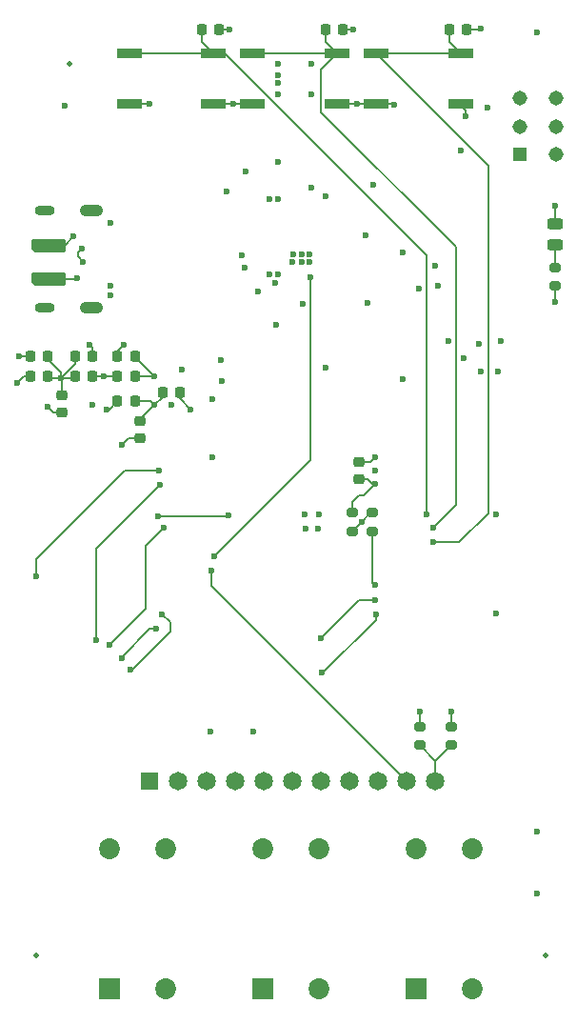
<source format=gbr>
%TF.GenerationSoftware,KiCad,Pcbnew,9.0.5*%
%TF.CreationDate,2025-11-15T02:55:35-05:00*%
%TF.ProjectId,CreditCard,43726564-6974-4436-9172-642e6b696361,rev?*%
%TF.SameCoordinates,Original*%
%TF.FileFunction,Copper,L1,Top*%
%TF.FilePolarity,Positive*%
%FSLAX46Y46*%
G04 Gerber Fmt 4.6, Leading zero omitted, Abs format (unit mm)*
G04 Created by KiCad (PCBNEW 9.0.5) date 2025-11-15 02:55:35*
%MOMM*%
%LPD*%
G01*
G04 APERTURE LIST*
G04 Aperture macros list*
%AMRoundRect*
0 Rectangle with rounded corners*
0 $1 Rounding radius*
0 $2 $3 $4 $5 $6 $7 $8 $9 X,Y pos of 4 corners*
0 Add a 4 corners polygon primitive as box body*
4,1,4,$2,$3,$4,$5,$6,$7,$8,$9,$2,$3,0*
0 Add four circle primitives for the rounded corners*
1,1,$1+$1,$2,$3*
1,1,$1+$1,$4,$5*
1,1,$1+$1,$6,$7*
1,1,$1+$1,$8,$9*
0 Add four rect primitives between the rounded corners*
20,1,$1+$1,$2,$3,$4,$5,0*
20,1,$1+$1,$4,$5,$6,$7,0*
20,1,$1+$1,$6,$7,$8,$9,0*
20,1,$1+$1,$8,$9,$2,$3,0*%
%AMFreePoly0*
4,1,18,-1.500000,0.437500,-1.485727,0.509253,-1.445083,0.570083,-1.384253,0.610727,-1.312500,0.625000,1.187500,0.625000,1.500000,0.312500,1.500000,-0.437500,1.485727,-0.509253,1.445083,-0.570083,1.384253,-0.610727,1.312500,-0.625000,-1.312500,-0.625000,-1.384253,-0.610727,-1.445083,-0.570083,-1.485727,-0.509253,-1.500000,-0.437500,-1.500000,0.437500,-1.500000,0.437500,$1*%
G04 Aperture macros list end*
%TA.AperFunction,SMDPad,CuDef*%
%ADD10RoundRect,0.225000X-0.250000X0.225000X-0.250000X-0.225000X0.250000X-0.225000X0.250000X0.225000X0*%
%TD*%
%TA.AperFunction,SMDPad,CuDef*%
%ADD11RoundRect,0.225000X-0.225000X-0.250000X0.225000X-0.250000X0.225000X0.250000X-0.225000X0.250000X0*%
%TD*%
%TA.AperFunction,SMDPad,CuDef*%
%ADD12RoundRect,0.225000X0.225000X0.250000X-0.225000X0.250000X-0.225000X-0.250000X0.225000X-0.250000X0*%
%TD*%
%TA.AperFunction,ComponentPad*%
%ADD13R,1.854200X1.854200*%
%TD*%
%TA.AperFunction,ComponentPad*%
%ADD14C,1.854200*%
%TD*%
%TA.AperFunction,SMDPad,CuDef*%
%ADD15R,2.209800X0.863600*%
%TD*%
%TA.AperFunction,ComponentPad*%
%ADD16R,1.308000X1.308000*%
%TD*%
%TA.AperFunction,ComponentPad*%
%ADD17C,1.308000*%
%TD*%
%TA.AperFunction,SMDPad,CuDef*%
%ADD18RoundRect,0.200000X0.275000X-0.200000X0.275000X0.200000X-0.275000X0.200000X-0.275000X-0.200000X0*%
%TD*%
%TA.AperFunction,SMDPad,CuDef*%
%ADD19RoundRect,0.200000X-0.275000X0.200000X-0.275000X-0.200000X0.275000X-0.200000X0.275000X0.200000X0*%
%TD*%
%TA.AperFunction,SMDPad,CuDef*%
%ADD20C,0.500000*%
%TD*%
%TA.AperFunction,SMDPad,CuDef*%
%ADD21RoundRect,0.225000X0.250000X-0.225000X0.250000X0.225000X-0.250000X0.225000X-0.250000X-0.225000X0*%
%TD*%
%TA.AperFunction,ComponentPad*%
%ADD22R,1.650000X1.650000*%
%TD*%
%TA.AperFunction,ComponentPad*%
%ADD23C,1.650000*%
%TD*%
%TA.AperFunction,BGAPad,CuDef*%
%ADD24FreePoly0,180.000000*%
%TD*%
%TA.AperFunction,SMDPad,CuDef*%
%ADD25RoundRect,0.243750X-0.456250X0.243750X-0.456250X-0.243750X0.456250X-0.243750X0.456250X0.243750X0*%
%TD*%
%TA.AperFunction,ComponentPad*%
%ADD26O,2.100000X1.050000*%
%TD*%
%TA.AperFunction,ComponentPad*%
%ADD27O,1.800000X0.900000*%
%TD*%
%TA.AperFunction,ViaPad*%
%ADD28C,0.600000*%
%TD*%
%TA.AperFunction,Conductor*%
%ADD29C,0.200000*%
%TD*%
G04 APERTURE END LIST*
D10*
%TO.P,C36,1*%
%TO.N,3V3*%
X104750000Y-70125000D03*
%TO.P,C36,2*%
%TO.N,GND*%
X104750000Y-71675000D03*
%TD*%
D11*
%TO.P,C35,1*%
%TO.N,3V3*%
X113725000Y-69900000D03*
%TO.P,C35,2*%
%TO.N,GND*%
X115275000Y-69900000D03*
%TD*%
%TO.P,C34,1*%
%TO.N,3V3*%
X105975000Y-68400000D03*
%TO.P,C34,2*%
%TO.N,GND*%
X107525000Y-68400000D03*
%TD*%
D12*
%TO.P,C33,1*%
%TO.N,3V3*%
X103525000Y-68400000D03*
%TO.P,C33,2*%
%TO.N,GND*%
X101975000Y-68400000D03*
%TD*%
%TO.P,C32,1*%
%TO.N,3V3*%
X103525000Y-66650000D03*
%TO.P,C32,2*%
%TO.N,GND*%
X101975000Y-66650000D03*
%TD*%
D10*
%TO.P,C31,1*%
%TO.N,3V3*%
X111750000Y-72375000D03*
%TO.P,C31,2*%
%TO.N,GND*%
X111750000Y-73925000D03*
%TD*%
D12*
%TO.P,C30,1*%
%TO.N,3V3*%
X111275000Y-66650000D03*
%TO.P,C30,2*%
%TO.N,GND*%
X109725000Y-66650000D03*
%TD*%
%TO.P,C29,1*%
%TO.N,3V3*%
X111275000Y-70650000D03*
%TO.P,C29,2*%
%TO.N,GND*%
X109725000Y-70650000D03*
%TD*%
D11*
%TO.P,C28,1*%
%TO.N,3V3*%
X105975000Y-66650000D03*
%TO.P,C28,2*%
%TO.N,GND*%
X107525000Y-66650000D03*
%TD*%
D12*
%TO.P,C27,1*%
%TO.N,3V3*%
X111275000Y-68400000D03*
%TO.P,C27,2*%
%TO.N,GND*%
X109725000Y-68400000D03*
%TD*%
D13*
%TO.P,SW1,1,1*%
%TO.N,GPIO2*%
X109000000Y-122914250D03*
D14*
%TO.P,SW1,2,2*%
%TO.N,GND*%
X114000000Y-122914250D03*
%TO.P,SW1,3,3*%
X114000000Y-110414250D03*
%TO.P,SW1,4,4*%
%TO.N,GPIO2*%
X109000000Y-110414250D03*
%TD*%
D15*
%TO.P,U6,1,1*%
%TO.N,GPIO6*%
X121753500Y-39749999D03*
%TO.P,U6,2,2*%
X129246500Y-39749999D03*
%TO.P,U6,3,3*%
%TO.N,GND*%
X121753500Y-44250001D03*
%TO.P,U6,4,4*%
X129246500Y-44250001D03*
%TD*%
D16*
%TO.P,S1,1*%
%TO.N,Vsys*%
X145525000Y-48725000D03*
D17*
%TO.P,S1,2*%
%TO.N,/PWR/POWER_EN*%
X145525000Y-46225000D03*
%TO.P,S1,3*%
%TO.N,GND*%
X145525000Y-43725000D03*
%TO.P,S1,4*%
%TO.N,Vsys*%
X148725000Y-48725000D03*
%TO.P,S1,5*%
%TO.N,/PWR/POWER_EN*%
X148725000Y-46225000D03*
%TO.P,S1,6*%
%TO.N,GND*%
X148725000Y-43725000D03*
%TD*%
D18*
%TO.P,R3,1*%
%TO.N,3V3*%
X148600000Y-60425000D03*
%TO.P,R3,2*%
%TO.N,Net-(D1-A)*%
X148600000Y-58775000D03*
%TD*%
D19*
%TO.P,R21,1*%
%TO.N,GND*%
X136600000Y-99575000D03*
%TO.P,R21,2*%
%TO.N,Net-(J2-Pad11)*%
X136600000Y-101225000D03*
%TD*%
D20*
%TO.P,FID1,*%
%TO.N,*%
X102500000Y-119900000D03*
%TD*%
D15*
%TO.P,U7,1,1*%
%TO.N,GPIO7*%
X132753500Y-39749999D03*
%TO.P,U7,2,2*%
X140246500Y-39749999D03*
%TO.P,U7,3,3*%
%TO.N,GND*%
X132753500Y-44250001D03*
%TO.P,U7,4,4*%
X140246500Y-44250001D03*
%TD*%
D21*
%TO.P,C2,1*%
%TO.N,MCU_EN*%
X131200000Y-77575000D03*
%TO.P,C2,2*%
%TO.N,GND*%
X131200000Y-76025000D03*
%TD*%
D20*
%TO.P,FID5,*%
%TO.N,*%
X105500000Y-40650000D03*
%TD*%
D13*
%TO.P,SW2,1,1*%
%TO.N,GPIO3*%
X122649200Y-122914250D03*
D14*
%TO.P,SW2,2,2*%
%TO.N,GND*%
X127649200Y-122914250D03*
%TO.P,SW2,3,3*%
X127649200Y-110414250D03*
%TO.P,SW2,4,4*%
%TO.N,GPIO3*%
X122649200Y-110414250D03*
%TD*%
D22*
%TO.P,J2,1,1*%
%TO.N,3V3*%
X112600000Y-104400000D03*
D23*
%TO.P,J2,2,2*%
%TO.N,unconnected-(J2-Pad2)*%
X115140000Y-104400000D03*
%TO.P,J2,3,3*%
%TO.N,GND*%
X117680000Y-104400000D03*
%TO.P,J2,4,4*%
%TO.N,SCK*%
X120220000Y-104400000D03*
%TO.P,J2,5,5*%
%TO.N,MISO*%
X122760000Y-104400000D03*
%TO.P,J2,6,6*%
%TO.N,MOSI*%
X125300000Y-104400000D03*
%TO.P,J2,7,7*%
%TO.N,LCD_CS*%
X127840000Y-104400000D03*
%TO.P,J2,8,8*%
%TO.N,LCD_RESET*%
X130380000Y-104400000D03*
%TO.P,J2,9,9*%
%TO.N,LCD_D{slash}C*%
X132920000Y-104400000D03*
%TO.P,J2,10,10*%
%TO.N,CS_SD*%
X135460000Y-104400000D03*
%TO.P,J2,11,11*%
%TO.N,Net-(J2-Pad11)*%
X138000000Y-104400000D03*
%TD*%
D15*
%TO.P,U5,1,1*%
%TO.N,GPIO5*%
X110753500Y-39749999D03*
%TO.P,U5,2,2*%
X118246500Y-39749999D03*
%TO.P,U5,3,3*%
%TO.N,GND*%
X110753500Y-44250001D03*
%TO.P,U5,4,4*%
X118246500Y-44250001D03*
%TD*%
D24*
%TO.P,F5,1,GOLDFINGER*%
%TO.N,Net-(F5-GOLDFINGER)*%
X103575000Y-59800000D03*
%TD*%
D11*
%TO.P,C19,1*%
%TO.N,GPIO5*%
X117225000Y-37600000D03*
%TO.P,C19,2*%
%TO.N,GND*%
X118775000Y-37600000D03*
%TD*%
D19*
%TO.P,R1,1*%
%TO.N,MCU_EN*%
X130600000Y-80575000D03*
%TO.P,R1,2*%
%TO.N,3V3*%
X130600000Y-82225000D03*
%TD*%
D11*
%TO.P,C21,1*%
%TO.N,GPIO7*%
X139225000Y-37600000D03*
%TO.P,C21,2*%
%TO.N,GND*%
X140775000Y-37600000D03*
%TD*%
D25*
%TO.P,D1,1,K*%
%TO.N,GND*%
X148600000Y-54862500D03*
%TO.P,D1,2,A*%
%TO.N,Net-(D1-A)*%
X148600000Y-56737500D03*
%TD*%
D20*
%TO.P,FID4,*%
%TO.N,*%
X147750000Y-119900000D03*
%TD*%
D18*
%TO.P,R19,1*%
%TO.N,Net-(J2-Pad11)*%
X139400000Y-101225000D03*
%TO.P,R19,2*%
%TO.N,3V3*%
X139400000Y-99575000D03*
%TD*%
D11*
%TO.P,C20,1*%
%TO.N,GPIO6*%
X128225000Y-37600000D03*
%TO.P,C20,2*%
%TO.N,GND*%
X129775000Y-37600000D03*
%TD*%
D13*
%TO.P,SW3,1,1*%
%TO.N,GPIO4*%
X136298400Y-122914250D03*
D14*
%TO.P,SW3,2,2*%
%TO.N,GND*%
X141298400Y-122914250D03*
%TO.P,SW3,3,3*%
X141298400Y-110414250D03*
%TO.P,SW3,4,4*%
%TO.N,GPIO4*%
X136298400Y-110414250D03*
%TD*%
D24*
%TO.P,F6,1,GOLDFINGER*%
%TO.N,Net-(F6-GOLDFINGER)*%
X103575000Y-56800000D03*
%TD*%
D18*
%TO.P,R2,1*%
%TO.N,Net-(U8-IO8)*%
X132400000Y-82225000D03*
%TO.P,R2,2*%
%TO.N,3V3*%
X132400000Y-80575000D03*
%TD*%
D26*
%TO.P,J3,SH1,SHIELD*%
%TO.N,GND*%
X107395000Y-62320000D03*
%TO.P,J3,SH2,SHIELD__1*%
X107395000Y-53680000D03*
D27*
%TO.P,J3,SH3,SHIELD__2*%
X103215000Y-62320000D03*
%TO.P,J3,SH4,SHIELD__3*%
X103215000Y-53680000D03*
%TD*%
D28*
%TO.N,GND*%
X116250000Y-71400000D03*
X108800000Y-71400000D03*
%TO.N,3V3*%
X113000000Y-71000000D03*
%TO.N,GND*%
X108500000Y-68400000D03*
X103500000Y-71150000D03*
X101000000Y-66650000D03*
%TO.N,3V3*%
X115412500Y-67812500D03*
X141850000Y-65600000D03*
X104687500Y-68587500D03*
X148600000Y-61800000D03*
X119000000Y-68900000D03*
X114500000Y-71000000D03*
X140500000Y-66800000D03*
X113000000Y-68460000D03*
X132600000Y-76800000D03*
X142025000Y-68000000D03*
X139400000Y-98200000D03*
X147000000Y-108900000D03*
X131462500Y-81362500D03*
X139150001Y-65300000D03*
%TO.N,MCU_EN*%
X132600000Y-78000000D03*
%TO.N,GND*%
X118000000Y-100000001D03*
X121100000Y-50200000D03*
X125300000Y-58300000D03*
X126422500Y-81977500D03*
X130700000Y-37600000D03*
X109100000Y-54800000D03*
X109100000Y-61200000D03*
X126949999Y-51650001D03*
X126100000Y-57600000D03*
X143600000Y-68000000D03*
X131000000Y-44250001D03*
X126977478Y-43400000D03*
X118200000Y-75600000D03*
X100800000Y-69000000D03*
X126397500Y-80702500D03*
X125325000Y-57600000D03*
X121000000Y-58800003D03*
X123800000Y-63900000D03*
X118900000Y-67000000D03*
X127607500Y-80707500D03*
X126800000Y-58300000D03*
X121800000Y-100000000D03*
X110300000Y-65650000D03*
X147000000Y-114400000D03*
X120000000Y-44250001D03*
X138200000Y-60400000D03*
X132600000Y-75600000D03*
X143800000Y-65300000D03*
X119700000Y-37600000D03*
X128250000Y-52400000D03*
X126100000Y-58300000D03*
X136600000Y-98200000D03*
X107500000Y-71000000D03*
X142600000Y-44600000D03*
X148600000Y-53300000D03*
X134300000Y-44300000D03*
X135100000Y-57400000D03*
X110100000Y-74500000D03*
X135100001Y-68699999D03*
X118200000Y-70500000D03*
X140700000Y-45300000D03*
X142000000Y-37500000D03*
X128200000Y-67700000D03*
X119400000Y-52000000D03*
X127582500Y-81982500D03*
X143400000Y-80700000D03*
X112600000Y-44200000D03*
X143425000Y-89500000D03*
X107250000Y-65650000D03*
X126977478Y-40650000D03*
X126800000Y-57600000D03*
%TO.N,Vsys*%
X122250000Y-60900000D03*
X123250000Y-59400000D03*
X140250000Y-48400000D03*
X132500000Y-51400000D03*
X132000000Y-61900000D03*
X131750000Y-55900000D03*
X136500000Y-60650000D03*
X126204664Y-62000783D03*
X123750000Y-60150000D03*
X138000000Y-58650000D03*
X124000000Y-59400000D03*
%TO.N,GPIO2*%
X102500000Y-86200000D03*
X113400000Y-76800000D03*
%TO.N,GPIO3*%
X113500000Y-78100000D03*
X107800000Y-91900000D03*
%TO.N,Vbat*%
X123977479Y-43400000D03*
X123977479Y-40650000D03*
X124000000Y-52650000D03*
X123977479Y-49400000D03*
X123977479Y-41650000D03*
X147000000Y-37900000D03*
X123977479Y-42400000D03*
X123250000Y-52650000D03*
%TO.N,Vbus*%
X109100000Y-60400000D03*
X120750000Y-57650000D03*
X105000000Y-44400000D03*
%TO.N,GPIO5*%
X137200000Y-80700000D03*
%TO.N,GPIO6*%
X137800000Y-81900000D03*
%TO.N,GPIO7*%
X137800000Y-83200000D03*
%TO.N,IO_CHG*%
X118350000Y-84450000D03*
X126900000Y-59600000D03*
%TO.N,LCD_D{slash}C*%
X113300000Y-80900000D03*
X119600000Y-80800000D03*
%TO.N,CS_SD*%
X118100000Y-85700000D03*
%TO.N,MISO*%
X113200000Y-90900000D03*
X110100000Y-93500000D03*
%TO.N,MOSI*%
X113700000Y-89600000D03*
X110900000Y-94500000D03*
%TO.N,SCK*%
X109000000Y-92300000D03*
X113800000Y-81900000D03*
%TO.N,D_P*%
X106650000Y-58250000D03*
X106600473Y-57049000D03*
%TO.N,Net-(U8-IO8)*%
X132600000Y-87000000D03*
%TO.N,AudioL*%
X132600000Y-88300000D03*
X127800000Y-91700000D03*
%TO.N,AudioR*%
X132700000Y-89600000D03*
X127900000Y-94800000D03*
%TO.N,Net-(F5-GOLDFINGER)*%
X106175000Y-59750000D03*
%TO.N,Net-(F6-GOLDFINGER)*%
X105800000Y-56000000D03*
%TD*%
D29*
%TO.N,3V3*%
X113725000Y-70275000D02*
X113000000Y-71000000D01*
X113725000Y-69900000D02*
X113725000Y-70275000D01*
%TO.N,GND*%
X115275000Y-70425000D02*
X116250000Y-71400000D01*
X115275000Y-69900000D02*
X115275000Y-70425000D01*
X108975000Y-71400000D02*
X109725000Y-70650000D01*
X108800000Y-71400000D02*
X108975000Y-71400000D01*
%TO.N,3V3*%
X112650000Y-70650000D02*
X113000000Y-71000000D01*
X111275000Y-70650000D02*
X112650000Y-70650000D01*
%TO.N,GND*%
X110675000Y-73925000D02*
X110100000Y-74500000D01*
X111750000Y-73925000D02*
X110675000Y-73925000D01*
%TO.N,3V3*%
X111275000Y-66650000D02*
X111275000Y-66735000D01*
X111275000Y-66735000D02*
X113000000Y-68460000D01*
X112940000Y-68400000D02*
X113000000Y-68460000D01*
X111275000Y-68400000D02*
X112940000Y-68400000D01*
X111750000Y-72250000D02*
X113000000Y-71000000D01*
X111750000Y-72375000D02*
X111750000Y-72250000D01*
%TO.N,GND*%
X108500000Y-68400000D02*
X107525000Y-68400000D01*
X109725000Y-68400000D02*
X108500000Y-68400000D01*
X109725000Y-66225000D02*
X110300000Y-65650000D01*
X109725000Y-66650000D02*
X109725000Y-66225000D01*
%TO.N,3V3*%
X105975000Y-67300000D02*
X104687500Y-68587500D01*
X105975000Y-66650000D02*
X105975000Y-67300000D01*
%TO.N,GND*%
X107525000Y-65925000D02*
X107250000Y-65650000D01*
X107525000Y-66650000D02*
X107525000Y-65925000D01*
X104025000Y-71675000D02*
X103500000Y-71150000D01*
X104750000Y-71675000D02*
X104025000Y-71675000D01*
%TO.N,3V3*%
X104750000Y-68650000D02*
X104687500Y-68587500D01*
X104750000Y-70125000D02*
X104750000Y-68650000D01*
X104687500Y-68087500D02*
X104687500Y-68587500D01*
X103525000Y-66925000D02*
X104687500Y-68087500D01*
X103525000Y-66650000D02*
X103525000Y-66925000D01*
%TO.N,GND*%
X101975000Y-66650000D02*
X101000000Y-66650000D01*
%TO.N,3V3*%
X103712500Y-68587500D02*
X104687500Y-68587500D01*
X103525000Y-68400000D02*
X103712500Y-68587500D01*
X105787500Y-68587500D02*
X104687500Y-68587500D01*
X105975000Y-68400000D02*
X105787500Y-68587500D01*
%TO.N,GND*%
X101400000Y-68400000D02*
X100800000Y-69000000D01*
X101975000Y-68400000D02*
X101400000Y-68400000D01*
%TO.N,3V3*%
X130600000Y-82225000D02*
X131462500Y-81362500D01*
X148600000Y-60425000D02*
X148600000Y-61800000D01*
X131462500Y-81362500D02*
X132250000Y-80575000D01*
X139400000Y-99575000D02*
X139400000Y-98200000D01*
X130600000Y-82025000D02*
X130950000Y-82025000D01*
X132250000Y-80575000D02*
X132400000Y-80575000D01*
%TO.N,MCU_EN*%
X130600000Y-79600000D02*
X131200000Y-79000000D01*
X132400000Y-78000000D02*
X131975000Y-77575000D01*
X130600000Y-80375000D02*
X130600000Y-79600000D01*
X131600000Y-79000000D02*
X132600000Y-78000000D01*
X131975000Y-77575000D02*
X131200000Y-77575000D01*
X132600000Y-78000000D02*
X132400000Y-78000000D01*
X131200000Y-79000000D02*
X131600000Y-79000000D01*
%TO.N,GND*%
X148600000Y-54862500D02*
X148600000Y-53300000D01*
X121753500Y-44250001D02*
X121753500Y-44253500D01*
X140800000Y-37600000D02*
X141900000Y-37600000D01*
X140200000Y-44300000D02*
X140700000Y-44800000D01*
X118300000Y-44200000D02*
X118350001Y-44250001D01*
X118775000Y-37600000D02*
X118775000Y-37525000D01*
X136600000Y-99575000D02*
X136600000Y-98200000D01*
X141900000Y-37600000D02*
X142000000Y-37500000D01*
X134250001Y-44250001D02*
X134300000Y-44300000D01*
X118350001Y-44250001D02*
X120000000Y-44250001D01*
X132175000Y-76025000D02*
X132600000Y-75600000D01*
X120000000Y-44250001D02*
X121753500Y-44250001D01*
X121753500Y-44253500D02*
X121800000Y-44300000D01*
X131200000Y-76025000D02*
X132175000Y-76025000D01*
X118249999Y-44250001D02*
X118300000Y-44200000D01*
X129775000Y-37600000D02*
X130700000Y-37600000D01*
X132753500Y-44250001D02*
X134100000Y-44250001D01*
X118800000Y-37500000D02*
X118900000Y-37600000D01*
X140775000Y-37600000D02*
X140800000Y-37600000D01*
X118900000Y-37600000D02*
X119700000Y-37600000D01*
X140246500Y-44250001D02*
X140246500Y-44253500D01*
X129246500Y-44250001D02*
X131000000Y-44250001D01*
X118246500Y-44250001D02*
X118249999Y-44250001D01*
X118775000Y-37525000D02*
X118800000Y-37500000D01*
X140700000Y-44800000D02*
X140700000Y-45300000D01*
X131000000Y-44250001D02*
X132753500Y-44250001D01*
X110753500Y-44250001D02*
X112549999Y-44250001D01*
X140246500Y-44253500D02*
X140200000Y-44300000D01*
%TO.N,GPIO2*%
X102500000Y-84700000D02*
X110350000Y-76850000D01*
X102500000Y-86200000D02*
X102500000Y-84700000D01*
X110350000Y-76850000D02*
X113350000Y-76850000D01*
X113350000Y-76850000D02*
X113400000Y-76800000D01*
%TO.N,GPIO3*%
X107800000Y-83800000D02*
X113500000Y-78100000D01*
X107800000Y-91900000D02*
X107800000Y-83800000D01*
%TO.N,GPIO5*%
X137200000Y-57700000D02*
X137200000Y-80700000D01*
X117225000Y-38728499D02*
X118246500Y-39749999D01*
X119249999Y-39749999D02*
X137200000Y-57700000D01*
X117225000Y-37600000D02*
X117225000Y-38728499D01*
X118246500Y-39749999D02*
X110753500Y-39749999D01*
X118246500Y-39749999D02*
X119249999Y-39749999D01*
%TO.N,GPIO6*%
X127840600Y-44982801D02*
X127840600Y-41155899D01*
X128225000Y-38728499D02*
X129246500Y-39749999D01*
X139800000Y-79900000D02*
X139800000Y-56942201D01*
X139800000Y-56942201D02*
X127840600Y-44982801D01*
X121753500Y-39749999D02*
X129246500Y-39749999D01*
X137800000Y-81900000D02*
X139800000Y-79900000D01*
X128225000Y-37600000D02*
X128225000Y-38728499D01*
X127840600Y-41155899D02*
X129246500Y-39749999D01*
%TO.N,GPIO7*%
X139225000Y-37600000D02*
X139225000Y-38728499D01*
X142700000Y-80600000D02*
X140100000Y-83200000D01*
X142700000Y-49696499D02*
X142700000Y-80600000D01*
X139225000Y-38728499D02*
X140246500Y-39749999D01*
X140246500Y-39749999D02*
X132753500Y-39749999D01*
X140100000Y-83200000D02*
X137800000Y-83200000D01*
X132753500Y-39749999D02*
X142700000Y-49696499D01*
%TO.N,Net-(D1-A)*%
X148600000Y-56737500D02*
X148600000Y-58775000D01*
%TO.N,IO_CHG*%
X126900000Y-59600000D02*
X126900000Y-75900000D01*
X126900000Y-75900000D02*
X118350000Y-84450000D01*
%TO.N,LCD_D{slash}C*%
X113300000Y-80900000D02*
X119500000Y-80900000D01*
X119500000Y-80900000D02*
X119600000Y-80800000D01*
X119600000Y-80800000D02*
X119600000Y-80900000D01*
%TO.N,CS_SD*%
X118100000Y-87040000D02*
X118100000Y-85700000D01*
X135460000Y-104400000D02*
X118100000Y-87040000D01*
%TO.N,MISO*%
X110100000Y-93400000D02*
X110100000Y-93500000D01*
X112600000Y-90900000D02*
X110100000Y-93400000D01*
X113200000Y-90900000D02*
X112600000Y-90900000D01*
%TO.N,MOSI*%
X110900000Y-94500000D02*
X111049943Y-94500000D01*
X114400000Y-91149943D02*
X114400000Y-90300000D01*
X111049943Y-94500000D02*
X114400000Y-91149943D01*
X114400000Y-90300000D02*
X113700000Y-89600000D01*
%TO.N,SCK*%
X109000000Y-92300000D02*
X112200000Y-89100000D01*
X112200000Y-83500000D02*
X113800000Y-81900000D01*
X112200000Y-89100000D02*
X112200000Y-83500000D01*
%TO.N,D_P*%
X106600473Y-57049000D02*
X106551000Y-57049000D01*
X106200000Y-57800000D02*
X106650000Y-58250000D01*
X106551000Y-57049000D02*
X106200000Y-57400000D01*
X106200000Y-57400000D02*
X106200000Y-57800000D01*
%TO.N,Net-(U8-IO8)*%
X132400000Y-82225000D02*
X132400000Y-86800000D01*
X132400000Y-86800000D02*
X132600000Y-87000000D01*
%TO.N,AudioL*%
X127800000Y-91700000D02*
X131200000Y-88300000D01*
X131200000Y-88300000D02*
X132600000Y-88300000D01*
%TO.N,AudioR*%
X132700000Y-90100000D02*
X132700000Y-89600000D01*
X127900000Y-94800000D02*
X128000000Y-94800000D01*
X128000000Y-94800000D02*
X132700000Y-90100000D01*
%TO.N,Net-(F5-GOLDFINGER)*%
X106175000Y-59750000D02*
X106125000Y-59800000D01*
X106125000Y-59800000D02*
X103575000Y-59800000D01*
%TO.N,Net-(F6-GOLDFINGER)*%
X105800000Y-56000000D02*
X105000000Y-56800000D01*
X105000000Y-56800000D02*
X103575000Y-56800000D01*
%TO.N,Net-(J2-Pad11)*%
X136600000Y-101225000D02*
X138000000Y-102625000D01*
X139400000Y-101225000D02*
X138000000Y-102625000D01*
X138000000Y-104500000D02*
X138000000Y-102625000D01*
%TD*%
M02*

</source>
